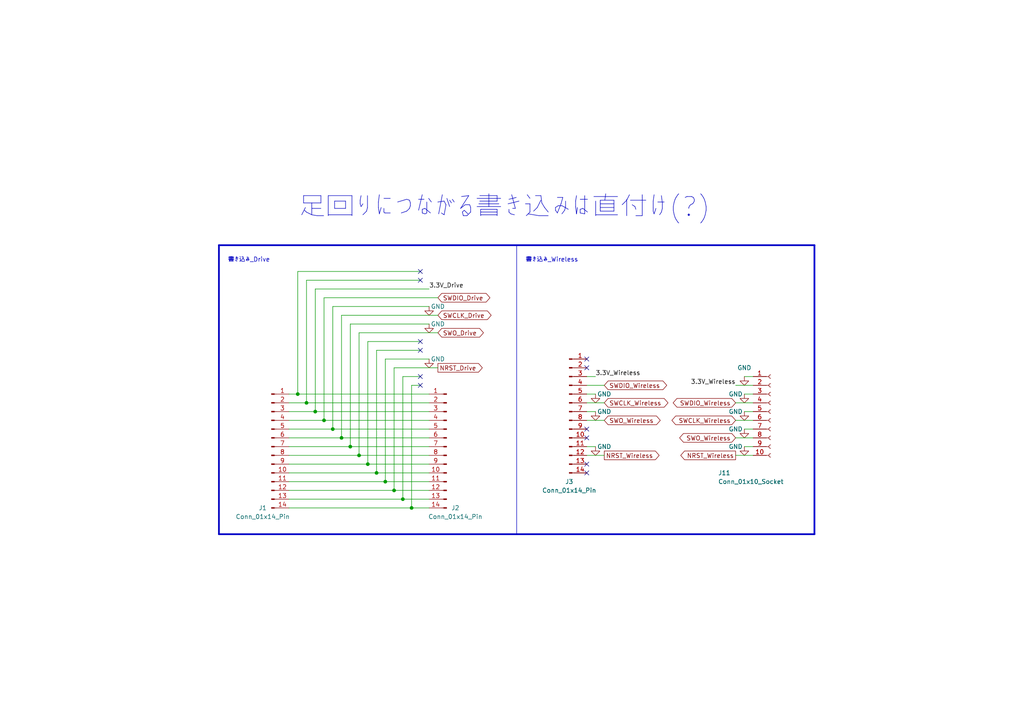
<source format=kicad_sch>
(kicad_sch (version 20230121) (generator eeschema)
  (paper "A4")
  (lib_symbols
    (symbol "Connector:Conn_01x10_Socket" (pin_names (offset 1.016) hide)
      (property "Reference" "J" (at 0 12.7 0))
      (property "Value" "Conn_01x10_Socket" (at 0 -15.24 0))
      (symbol "Conn_01x10_Socket_1_1"
        (arc (start 0 -12.192) (mid -0.5058 -12.7) (end 0 -13.208) (stroke (width 0.1524)))
        (arc (start 0 -9.652) (mid -0.5058 -10.16) (end 0 -10.668) (stroke (width 0.1524)))
        (arc (start 0 -7.112) (mid -0.5058 -7.62) (end 0 -8.128) (stroke (width 0.1524)))
        (arc (start 0 -4.572) (mid -0.5058 -5.08) (end 0 -5.588) (stroke (width 0.1524)))
        (arc (start 0 -2.032) (mid -0.5058 -2.54) (end 0 -3.048) (stroke (width 0.1524)))
        (polyline (pts (xy -1.27 -12.7) (xy -0.508 -12.7)) (stroke (width 0.1524)))
        (polyline (pts (xy -1.27 -10.16) (xy -0.508 -10.16)) (stroke (width 0.1524)))
        (polyline (pts (xy -1.27 -7.62) (xy -0.508 -7.62)) (stroke (width 0.1524)))
        (polyline (pts (xy -1.27 -5.08) (xy -0.508 -5.08)) (stroke (width 0.1524)))
        (polyline (pts (xy -1.27 -2.54) (xy -0.508 -2.54)) (stroke (width 0.1524)))
        (polyline (pts (xy -1.27 0) (xy -0.508 0)) (stroke (width 0.1524)))
        (polyline (pts (xy -1.27 2.54) (xy -0.508 2.54)) (stroke (width 0.1524)))
        (polyline (pts (xy -1.27 5.08) (xy -0.508 5.08)) (stroke (width 0.1524)))
        (polyline (pts (xy -1.27 7.62) (xy -0.508 7.62)) (stroke (width 0.1524)))
        (polyline (pts (xy -1.27 10.16) (xy -0.508 10.16)) (stroke (width 0.1524)))
        (arc (start 0 0.508) (mid -0.5058 0) (end 0 -0.508) (stroke (width 0.1524)))
        (arc (start 0 3.048) (mid -0.5058 2.54) (end 0 2.032) (stroke (width 0.1524)))
        (arc (start 0 5.588) (mid -0.5058 5.08) (end 0 4.572) (stroke (width 0.1524)))
        (arc (start 0 8.128) (mid -0.5058 7.62) (end 0 7.112) (stroke (width 0.1524)))
        (arc (start 0 10.668) (mid -0.5058 10.16) (end 0 9.652) (stroke (width 0.1524)))
        (pin passive line (at -5.08 10.16 0) (length 3.81) (name "Pin_1") (number "1"))
        (pin passive line (at -5.08 -12.7 0) (length 3.81) (name "Pin_10") (number "10"))
        (pin passive line (at -5.08 7.62 0) (length 3.81) (name "Pin_2") (number "2"))
        (pin passive line (at -5.08 5.08 0) (length 3.81) (name "Pin_3") (number "3"))
        (pin passive line (at -5.08 2.54 0) (length 3.81) (name "Pin_4") (number "4"))
        (pin passive line (at -5.08 0 0) (length 3.81) (name "Pin_5") (number "5"))
        (pin passive line (at -5.08 -2.54 0) (length 3.81) (name "Pin_6") (number "6"))
        (pin passive line (at -5.08 -5.08 0) (length 3.81) (name "Pin_7") (number "7"))
        (pin passive line (at -5.08 -7.62 0) (length 3.81) (name "Pin_8") (number "8"))
        (pin passive line (at -5.08 -10.16 0) (length 3.81) (name "Pin_9") (number "9"))
      )
    )
    (symbol "Connector:Conn_01x14_Pin" (pin_names (offset 1.016) hide)
      (property "Reference" "J" (at 0 17.78 0))
      (property "Value" "Conn_01x14_Pin" (at 0 -20.32 0))
      (symbol "Conn_01x14_Pin_1_1"
        (polyline (pts (xy 1.27 -17.78) (xy 0.8636 -17.78)) (stroke (width 0.1524)))
        (polyline (pts (xy 1.27 -15.24) (xy 0.8636 -15.24)) (stroke (width 0.1524)))
        (polyline (pts (xy 1.27 -12.7) (xy 0.8636 -12.7)) (stroke (width 0.1524)))
        (polyline (pts (xy 1.27 -10.16) (xy 0.8636 -10.16)) (stroke (width 0.1524)))
        (polyline (pts (xy 1.27 -7.62) (xy 0.8636 -7.62)) (stroke (width 0.1524)))
        (polyline (pts (xy 1.27 -5.08) (xy 0.8636 -5.08)) (stroke (width 0.1524)))
        (polyline (pts (xy 1.27 -2.54) (xy 0.8636 -2.54)) (stroke (width 0.1524)))
        (polyline (pts (xy 1.27 0) (xy 0.8636 0)) (stroke (width 0.1524)))
        (polyline (pts (xy 1.27 2.54) (xy 0.8636 2.54)) (stroke (width 0.1524)))
        (polyline (pts (xy 1.27 5.08) (xy 0.8636 5.08)) (stroke (width 0.1524)))
        (polyline (pts (xy 1.27 7.62) (xy 0.8636 7.62)) (stroke (width 0.1524)))
        (polyline (pts (xy 1.27 10.16) (xy 0.8636 10.16)) (stroke (width 0.1524)))
        (polyline (pts (xy 1.27 12.7) (xy 0.8636 12.7)) (stroke (width 0.1524)))
        (polyline (pts (xy 1.27 15.24) (xy 0.8636 15.24)) (stroke (width 0.1524)))
        (rectangle (start 0.8636 -17.653) (end 0 -17.907) (stroke (width 0.1524)) (fill (type outline)))
        (rectangle (start 0.8636 -15.113) (end 0 -15.367) (stroke (width 0.1524)) (fill (type outline)))
        (rectangle (start 0.8636 -12.573) (end 0 -12.827) (stroke (width 0.1524)) (fill (type outline)))
        (rectangle (start 0.8636 -10.033) (end 0 -10.287) (stroke (width 0.1524)) (fill (type outline)))
        (rectangle (start 0.8636 -7.493) (end 0 -7.747) (stroke (width 0.1524)) (fill (type outline)))
        (rectangle (start 0.8636 -4.953) (end 0 -5.207) (stroke (width 0.1524)) (fill (type outline)))
        (rectangle (start 0.8636 -2.413) (end 0 -2.667) (stroke (width 0.1524)) (fill (type outline)))
        (rectangle (start 0.8636 0.127) (end 0 -0.127) (stroke (width 0.1524)) (fill (type outline)))
        (rectangle (start 0.8636 2.667) (end 0 2.413) (stroke (width 0.1524)) (fill (type outline)))
        (rectangle (start 0.8636 5.207) (end 0 4.953) (stroke (width 0.1524)) (fill (type outline)))
        (rectangle (start 0.8636 7.747) (end 0 7.493) (stroke (width 0.1524)) (fill (type outline)))
        (rectangle (start 0.8636 10.287) (end 0 10.033) (stroke (width 0.1524)) (fill (type outline)))
        (rectangle (start 0.8636 12.827) (end 0 12.573) (stroke (width 0.1524)) (fill (type outline)))
        (rectangle (start 0.8636 15.367) (end 0 15.113) (stroke (width 0.1524)) (fill (type outline)))
        (pin passive line (at 5.08 15.24 180) (length 3.81) (name "Pin_1") (number "1"))
        (pin passive line (at 5.08 -7.62 180) (length 3.81) (name "Pin_10") (number "10"))
        (pin passive line (at 5.08 -10.16 180) (length 3.81) (name "Pin_11") (number "11"))
        (pin passive line (at 5.08 -12.7 180) (length 3.81) (name "Pin_12") (number "12"))
        (pin passive line (at 5.08 -15.24 180) (length 3.81) (name "Pin_13") (number "13"))
        (pin passive line (at 5.08 -17.78 180) (length 3.81) (name "Pin_14") (number "14"))
        (pin passive line (at 5.08 12.7 180) (length 3.81) (name "Pin_2") (number "2"))
        (pin passive line (at 5.08 10.16 180) (length 3.81) (name "Pin_3") (number "3"))
        (pin passive line (at 5.08 7.62 180) (length 3.81) (name "Pin_4") (number "4"))
        (pin passive line (at 5.08 5.08 180) (length 3.81) (name "Pin_5") (number "5"))
        (pin passive line (at 5.08 2.54 180) (length 3.81) (name "Pin_6") (number "6"))
        (pin passive line (at 5.08 0 180) (length 3.81) (name "Pin_7") (number "7"))
        (pin passive line (at 5.08 -2.54 180) (length 3.81) (name "Pin_8") (number "8"))
        (pin passive line (at 5.08 -5.08 180) (length 3.81) (name "Pin_9") (number "9"))
      )
    )
    (symbol "power:GND" (power) (pin_names (offset 0))
      (property "Value" "GND" (at 0 -3.81 0))
      (symbol "GND_0_1"
        (polyline (pts (xy 0 0) (xy 0 -1.27) (xy 1.27 -1.27) (xy 0 -2.54) (xy -1.27 -1.27) (xy 0 -1.27)))
      )
      (symbol "GND_1_1"
        (pin power_in line (at 0 0 270) (length 0) hide (name "GND") (number "1"))
      )
    )
  )
  (junction (at 116.84 144.78))
  (junction (at 93.98 121.92))
  (junction (at 106.68 134.62))
  (junction (at 104.14 132.08))
  (junction (at 111.76 139.7))
  (junction (at 86.36 114.3))
  (junction (at 109.22 137.16))
  (junction (at 91.44 119.38))
  (junction (at 88.9 116.84))
  (junction (at 114.3 142.24))
  (junction (at 119.38 147.32))
  (junction (at 99.06 127))
  (junction (at 96.52 124.46))
  (junction (at 101.6 129.54))
  (no_connect (at 170.18 124.46))
  (no_connect (at 121.92 101.6))
  (no_connect (at 170.18 134.62))
  (no_connect (at 121.92 99.06))
  (no_connect (at 121.92 109.22))
  (no_connect (at 121.92 111.76))
  (no_connect (at 121.92 81.28))
  (no_connect (at 170.18 137.16))
  (no_connect (at 121.92 78.74))
  (no_connect (at 170.18 106.68))
  (no_connect (at 170.18 104.14))
  (no_connect (at 170.18 127))
  (wire (pts (xy 109.22 101.6) (xy 121.92 101.6)))
  (wire (pts (xy 170.18 119.38) (xy 172.72 119.38)))
  (wire (pts (xy 101.6 93.98) (xy 101.6 129.54)))
  (wire (pts (xy 111.76 104.14) (xy 124.46 104.14)))
  (wire (pts (xy 116.84 144.78) (xy 124.46 144.78)))
  (wire (pts (xy 111.76 104.14) (xy 111.76 139.7)))
  (wire (pts (xy 96.52 88.9) (xy 124.46 88.9)))
  (wire (pts (xy 93.98 86.36) (xy 127 86.36)))
  (wire (pts (xy 86.36 78.74) (xy 86.36 114.3)))
  (polyline (pts (xy 63.5 71.12) (xy 63.5 154.94)) (stroke (width 0.5) (type solid)))
  (wire (pts (xy 215.9 109.22) (xy 218.44 109.22)))
  (wire (pts (xy 83.82 127) (xy 99.06 127)))
  (wire (pts (xy 101.6 129.54) (xy 124.46 129.54)))
  (polyline (pts (xy 63.5 154.94) (xy 236.22 154.94)) (stroke (width 0.5) (type solid)))
  (wire (pts (xy 170.18 121.92) (xy 175.26 121.92)))
  (wire (pts (xy 213.36 132.08) (xy 218.44 132.08)))
  (wire (pts (xy 96.52 124.46) (xy 124.46 124.46)))
  (wire (pts (xy 104.14 96.52) (xy 127 96.52)))
  (wire (pts (xy 83.82 121.92) (xy 93.98 121.92)))
  (wire (pts (xy 83.82 124.46) (xy 96.52 124.46)))
  (wire (pts (xy 119.38 111.76) (xy 119.38 147.32)))
  (wire (pts (xy 106.68 134.62) (xy 124.46 134.62)))
  (wire (pts (xy 93.98 121.92) (xy 124.46 121.92)))
  (wire (pts (xy 170.18 114.3) (xy 172.72 114.3)))
  (wire (pts (xy 104.14 96.52) (xy 104.14 132.08)))
  (wire (pts (xy 99.06 91.44) (xy 127 91.44)))
  (wire (pts (xy 99.06 91.44) (xy 99.06 127)))
  (wire (pts (xy 111.76 139.7) (xy 124.46 139.7)))
  (wire (pts (xy 119.38 111.76) (xy 121.92 111.76)))
  (wire (pts (xy 170.18 129.54) (xy 172.72 129.54)))
  (wire (pts (xy 99.06 127) (xy 124.46 127)))
  (wire (pts (xy 91.44 119.38) (xy 124.46 119.38)))
  (wire (pts (xy 109.22 137.16) (xy 124.46 137.16)))
  (wire (pts (xy 86.36 78.74) (xy 121.92 78.74)))
  (wire (pts (xy 83.82 142.24) (xy 114.3 142.24)))
  (wire (pts (xy 114.3 106.68) (xy 127 106.68)))
  (wire (pts (xy 83.82 144.78) (xy 116.84 144.78)))
  (wire (pts (xy 96.52 88.9) (xy 96.52 124.46)))
  (wire (pts (xy 83.82 119.38) (xy 91.44 119.38)))
  (wire (pts (xy 106.68 99.06) (xy 106.68 134.62)))
  (wire (pts (xy 88.9 81.28) (xy 121.92 81.28)))
  (wire (pts (xy 104.14 132.08) (xy 124.46 132.08)))
  (wire (pts (xy 215.9 124.46) (xy 218.44 124.46)))
  (wire (pts (xy 83.82 147.32) (xy 119.38 147.32)))
  (wire (pts (xy 213.36 111.76) (xy 218.44 111.76)))
  (polyline (pts (xy 236.22 71.12) (xy 236.22 154.94)) (stroke (width 0.5) (type solid)))
  (wire (pts (xy 88.9 116.84) (xy 124.46 116.84)))
  (wire (pts (xy 83.82 137.16) (xy 109.22 137.16)))
  (wire (pts (xy 91.44 83.82) (xy 124.46 83.82)))
  (wire (pts (xy 83.82 134.62) (xy 106.68 134.62)))
  (wire (pts (xy 88.9 81.28) (xy 88.9 116.84)))
  (wire (pts (xy 215.9 114.3) (xy 218.44 114.3)))
  (wire (pts (xy 215.9 129.54) (xy 218.44 129.54)))
  (wire (pts (xy 101.6 93.98) (xy 124.46 93.98)))
  (wire (pts (xy 170.18 111.76) (xy 175.26 111.76)))
  (wire (pts (xy 109.22 101.6) (xy 109.22 137.16)))
  (wire (pts (xy 213.36 121.92) (xy 218.44 121.92)))
  (wire (pts (xy 213.36 116.84) (xy 218.44 116.84)))
  (wire (pts (xy 91.44 83.82) (xy 91.44 119.38)))
  (wire (pts (xy 83.82 114.3) (xy 86.36 114.3)))
  (wire (pts (xy 116.84 109.22) (xy 116.84 144.78)))
  (wire (pts (xy 83.82 116.84) (xy 88.9 116.84)))
  (wire (pts (xy 116.84 109.22) (xy 121.92 109.22)))
  (wire (pts (xy 114.3 142.24) (xy 124.46 142.24)))
  (wire (pts (xy 93.98 86.36) (xy 93.98 121.92)))
  (wire (pts (xy 213.36 127) (xy 218.44 127)))
  (wire (pts (xy 83.82 139.7) (xy 111.76 139.7)))
  (wire (pts (xy 215.9 119.38) (xy 218.44 119.38)))
  (wire (pts (xy 172.72 109.22) (xy 170.18 109.22)))
  (wire (pts (xy 86.36 114.3) (xy 124.46 114.3)))
  (wire (pts (xy 83.82 132.08) (xy 104.14 132.08)))
  (wire (pts (xy 106.68 99.06) (xy 121.92 99.06)))
  (polyline (pts (xy 63.5 71.12) (xy 236.22 71.12)) (stroke (width 0.5) (type solid)))
  (wire (pts (xy 83.82 129.54) (xy 101.6 129.54)))
  (wire (pts (xy 170.18 116.84) (xy 175.26 116.84)))
  (wire (pts (xy 119.38 147.32) (xy 124.46 147.32)))
  (wire (pts (xy 114.3 106.68) (xy 114.3 142.24)))
  (wire (pts (xy 170.18 132.08) (xy 175.26 132.08)))
  (rectangle (start 149.86 71.12) (end 149.86 154.94))
  (text "書き込み_Drive" (at 66.04 76.2 0) (effects (font (size 1.27 1.27)) (justify left bottom)))
  (text "書き込み_Wireless" (at 152.4 76.2 0) (effects (font (size 1.27 1.27)) (justify left bottom)))
  (text "足回りにつながる書き込みは直付け(?)" (at 86.36 63.5 0) (effects (font (size 5.56 5.56)) (justify left bottom)))
  (label "3.3V_Wireless" (at 213.36 111.76 180))
  (label "3.3V_Wireless" (at 172.72 109.22 0))
  (label "3.3V_Drive" (at 124.46 83.82 0))
  (global_label "SWCLK_Wireless" (shape bidirectional) (at 175.26 116.84 0) (property "Intersheetrefs" "${INTERSHEET_REFS}" (effects hide)))
  (global_label "SWCLK_Wireless" (shape bidirectional) (at 213.36 121.92 180) (property "Intersheetrefs" "${INTERSHEET_REFS}" (effects hide)))
  (global_label "SWO_Wireless" (shape bidirectional) (at 213.36 127 180) (property "Intersheetrefs" "${INTERSHEET_REFS}" (effects hide)))
  (global_label "NRST_Drive" (shape output) (at 127 106.68 0) (property "Intersheetrefs" "${INTERSHEET_REFS}" (effects hide)))
  (global_label "SWCLK_Drive" (shape bidirectional) (at 127 91.44 0) (property "Intersheetrefs" "${INTERSHEET_REFS}" (effects hide)))
  (global_label "SWO_Wireless" (shape bidirectional) (at 175.26 121.92 0) (property "Intersheetrefs" "${INTERSHEET_REFS}" (effects hide)))
  (global_label "SWDIO_Wireless" (shape bidirectional) (at 175.26 111.76 0) (property "Intersheetrefs" "${INTERSHEET_REFS}" (effects hide)))
  (global_label "SWDIO_Drive" (shape bidirectional) (at 127 86.36 0) (property "Intersheetrefs" "${INTERSHEET_REFS}" (effects hide)))
  (global_label "SWO_Drive" (shape bidirectional) (at 127 96.52 0) (property "Intersheetrefs" "${INTERSHEET_REFS}" (effects hide)))
  (global_label "NRST_Wireless" (shape output) (at 175.26 132.08 0) (property "Intersheetrefs" "${INTERSHEET_REFS}" (effects hide)))
  (global_label "SWDIO_Wireless" (shape bidirectional) (at 213.36 116.84 180) (property "Intersheetrefs" "${INTERSHEET_REFS}" (effects hide)))
  (global_label "NRST_Wireless" (shape output) (at 213.36 132.08 180) (property "Intersheetrefs" "${INTERSHEET_REFS}" (effects hide)))
  (symbol (lib_id "power:GND") (at 124.46 93.98 0) (mirror y) (unit 1)
    (property "Reference" "#PWR03" (effects hide))
    (property "Value" "GND" (at 127 93.98 0))
  )
  (symbol (lib_id "Connector:Conn_01x10_Socket") (at 223.52 119.38 0) (unit 1)
    (property "Reference" "J11" (at 208.28 137.16 0) (effects (justify left)))
    (property "Value" "Conn_01x10_Socket" (at 208.28 139.7 0) (effects (justify left)))
    (property "Footprint" "Connector_PinSocket_1.27mm:PinSocket_1x10_P1.27mm_Vertical" (effects hide))
  )
  (symbol (lib_id "power:GND") (at 215.9 129.54 0) (unit 1)
    (property "Reference" "#PWR039" (effects hide))
    (property "Value" "GND" (at 213.36 129.54 0))
  )
  (symbol (lib_id "power:GND") (at 215.9 114.3 0) (unit 1)
    (property "Reference" "#PWR036" (effects hide))
    (property "Value" "GND" (at 213.36 114.3 0))
  )
  (symbol (lib_id "Connector:Conn_01x14_Pin") (at 129.54 129.54 0) (mirror y) (unit 1)
    (property "Reference" "J2" (at 132.08 147.32 0))
    (property "Value" "Conn_01x14_Pin" (at 132.08 149.86 0))
    (property "Footprint" "TomoshibiLibrary:BoxHeader_2x07_P1.27mm_Horizontal" (effects hide))
  )
  (symbol (lib_id "Connector:Conn_01x14_Pin") (at 78.74 129.54 0) (unit 1)
    (property "Reference" "J1" (at 76.2 147.32 0))
    (property "Value" "Conn_01x14_Pin" (at 76.2 149.86 0))
    (property "Footprint" "TomoshibiLibrary:BoxHeader_2x07_P1.27mm_Horizontal" (effects hide))
  )
  (symbol (lib_id "power:GND") (at 124.46 88.9 0) (mirror y) (unit 1)
    (property "Reference" "#PWR01" (effects hide))
    (property "Value" "GND" (at 127 88.9 0))
  )
  (symbol (lib_id "power:GND") (at 215.9 109.22 0) (unit 1)
    (property "Reference" "#PWR035" (effects hide))
    (property "Value" "GND" (at 215.9 106.68 0))
  )
  (symbol (lib_id "Connector:Conn_01x14_Pin") (at 165.1 119.38 0) (unit 1)
    (property "Reference" "J3" (at 165.1 139.7 0))
    (property "Value" "Conn_01x14_Pin" (at 165.1 142.24 0))
    (property "Footprint" "TomoshibiLibrary:BoxHeader_2x07_P1.27mm_Horizontal" (effects hide))
  )
  (symbol (lib_id "power:GND") (at 215.9 119.38 0) (unit 1)
    (property "Reference" "#PWR037" (effects hide))
    (property "Value" "GND" (at 213.36 119.38 0))
  )
  (symbol (lib_id "power:GND") (at 215.9 124.46 0) (unit 1)
    (property "Reference" "#PWR038" (effects hide))
    (property "Value" "GND" (at 213.36 124.46 0))
  )
  (symbol (lib_id "power:GND") (at 172.72 114.3 0) (mirror y) (unit 1)
    (property "Reference" "#PWR02" (effects hide))
    (property "Value" "GND" (at 175.26 114.3 0))
  )
  (symbol (lib_id "power:GND") (at 172.72 129.54 0) (mirror y) (unit 1)
    (property "Reference" "#PWR06" (effects hide))
    (property "Value" "GND" (at 175.26 129.54 0))
  )
  (symbol (lib_id "power:GND") (at 172.72 119.38 0) (mirror y) (unit 1)
    (property "Reference" "#PWR04" (effects hide))
    (property "Value" "GND" (at 175.26 119.38 0))
  )
  (symbol (lib_id "power:GND") (at 124.46 104.14 0) (mirror y) (unit 1)
    (property "Reference" "#PWR05" (effects hide))
    (property "Value" "GND" (at 127 104.14 0))
  )
)
</source>
